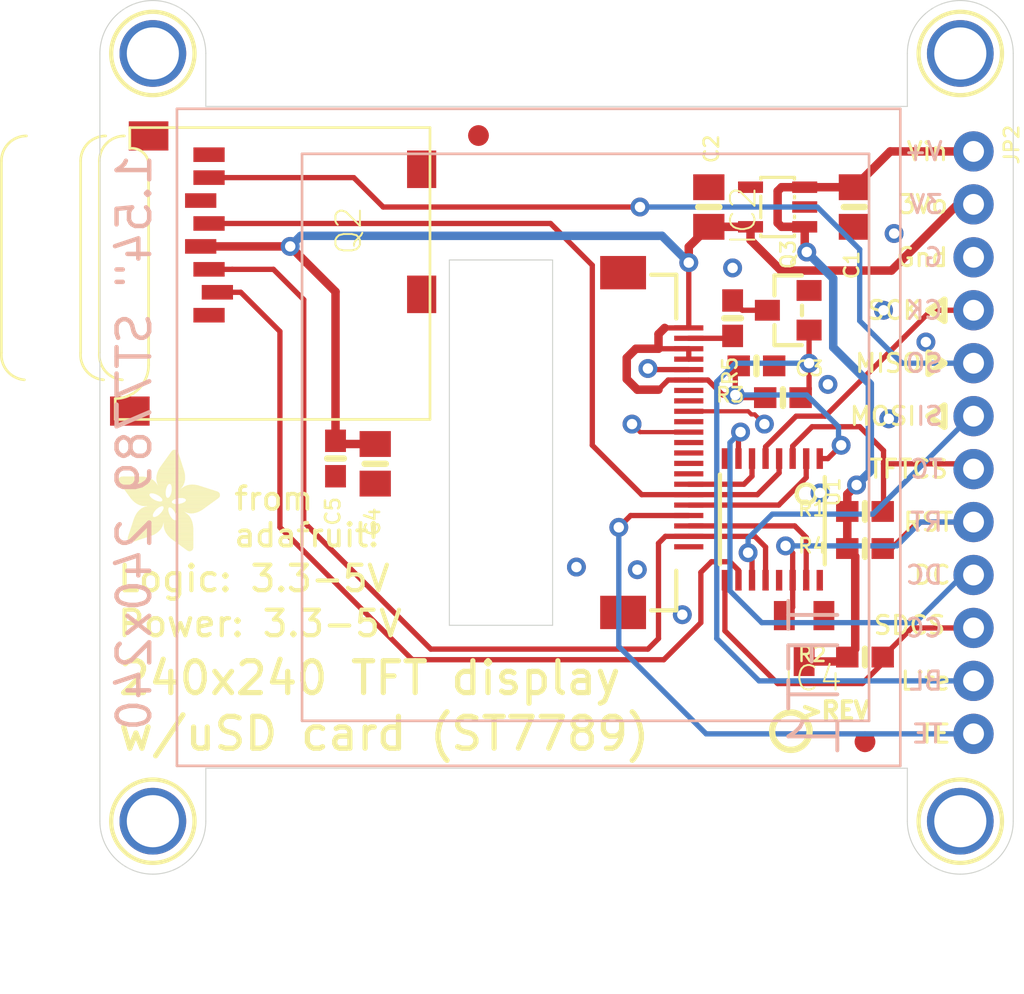
<source format=kicad_pcb>
(kicad_pcb (version 20211014) (generator pcbnew)
  (layers (0 "F.Cu" signal) (1 "In1.Cu" signal) (2 "In2.Cu" signal) (3 "In3.Cu" signal) (4 "In4.Cu" signal) (5 "In5.Cu" signal) (6 "In6.Cu" signal) (7 "In7.Cu" signal) (8 "In8.Cu" signal) (9 "In9.Cu" signal) (10 "In10.Cu" signal) (11 "In11.Cu" signal) (12 "In12.Cu" signal) (13 "In13.Cu" signal) (14 "In14.Cu" signal) (31 "B.Cu" signal) (34 "B.Paste" user) (35 "F.Paste" user) (36 "B.SilkS" user "B.Silkscreen") (37 "F.SilkS" user "F.Silkscreen") (38 "B.Mask" user) (39 "F.Mask" user) (44 "Edge.Cuts" user))
  (net 0 "")
  (net 1 "GND")
  (net 2 "SCK")
  (net 3 "SCK_3V")
  (net 4 "MOSI")
  (net 5 "MOSI_3V")
  (net 6 "MISO")
  (net 7 "+3V3")
  (net 8 "CARDCS")
  (net 9 "CARDCS_3V")
  (net 10 "LEDK")
  (net 11 "LITE")
  (net 12 "TFTDC")
  (net 13 "TFTDC_3V")
  (net 14 "TFTCS_3V")
  (net 15 "TFTCS")
  (net 16 "VIN")
  (net 17 "TFTRST_3V")
  (net 18 "TFTRST")
  (net 19 "N$1")
  (net 20 "TE")
  (footprint "boardEagle:0805-NO" (layer "F.Cu") (at 162.7886 93.9546 -90)
    (fp_text reference "C1" (at 2.032 0.127 90) (layer "F.SilkS") (effects (font (size 0.692831 0.692831) (thickness 0.119969)) (justify right)))
    (fp_text value "10uF")
    (pad "1" smd rect (at -0.95 0 270) (size 1.24 1.5) (layers "F.Cu" "F.Paste" "F.Mask") (net 16 "VIN"))
    (pad "2" smd rect (at 0.95 0 270) (size 1.24 1.5) (layers "F.Cu" "F.Paste" "F.Mask") (net 1 "GND"))
  )
  (footprint "boardEagle:0603-NO" (layer "F.Cu") (at 163.2966 110.3376 180)
    (fp_text reference "R4" (at 1.778 0.127) (layer "F.SilkS") (effects (font (size 0.692831 0.692831) (thickness 0.119969)) (justify right)))
    (fp_text value "10K")
    (pad "1" smd rect (at -0.85 0 180) (size 1.075 1) (layers "F.Cu" "F.Paste" "F.Mask") (net 18 "TFTRST"))
    (pad "2" smd rect (at 0.85 0 180) (size 1.075 1) (layers "F.Cu" "F.Paste" "F.Mask") (net 16 "VIN"))
  )
  (footprint "boardEagle:MOUNTINGHOLE_2.5_PLATED" (layer "F.Cu") (at 167.8686 123.4186)
    (fp_text reference "U$10" hide)
    (fp_text value "MOUNTINGHOLE2.5" hide)
    (pad "P$1" thru_hole circle (at 0 0) (size 3.2 3.2) (drill 2.5) (layers *.Cu *.Mask))
  )
  (footprint "boardEagle:0603-NO" (layer "F.Cu") (at 163.2966 108.5596 180)
    (fp_text reference "R1" (at 1.778 0.127) (layer "F.SilkS") (effects (font (size 0.692831 0.692831) (thickness 0.119969)) (justify right)))
    (fp_text value "10K")
    (pad "1" smd rect (at -0.85 0 180) (size 1.075 1) (layers "F.Cu" "F.Paste" "F.Mask") (net 15 "TFTCS"))
    (pad "2" smd rect (at 0.85 0 180) (size 1.075 1) (layers "F.Cu" "F.Paste" "F.Mask") (net 16 "VIN"))
  )
  (footprint "boardEagle:0805-NO" (layer "F.Cu") (at 139.8016 106.2736 -90)
    (fp_text reference "C4" (at 2.032 0.127 90) (layer "F.SilkS") (effects (font (size 0.692831 0.692831) (thickness 0.119969)) (justify right)))
    (fp_text value "10uF")
    (pad "1" smd rect (at -0.95 0 270) (size 1.24 1.5) (layers "F.Cu" "F.Paste" "F.Mask") (net 7 "+3V3"))
    (pad "2" smd rect (at 0.95 0 270) (size 1.24 1.5) (layers "F.Cu" "F.Paste" "F.Mask") (net 1 "GND"))
  )
  (footprint "boardEagle:SOT23" (layer "F.Cu") (at 160.3756 114.6556 180)
    (fp_text reference "IC4" (at -1.905 -1.905) (layer "F.SilkS") (effects (font (size 1.176528 1.176528) (thickness 0.093472)) (justify right)))
    (fp_text value "APX803-SAG")
    (pad "1" smd rect (at -0.95 1.1 180) (size 1 1.4) (layers "F.Cu" "F.Paste" "F.Mask") (net 1 "GND"))
    (pad "2" smd rect (at 0.95 1.1 180) (size 1 1.4) (layers "F.Cu" "F.Paste" "F.Mask") (net 18 "TFTRST"))
    (pad "3" smd rect (at 0 -1.1 180) (size 1 1.4) (layers "F.Cu" "F.Paste" "F.Mask") (net 16 "VIN"))
  )
  (footprint "boardEagle:FIDUCIAL_1MM" (layer "F.Cu") (at 144.7546 90.5256)
    (fp_text reference "U$4" hide)
    (fp_text value "FIDUCIAL_1MM" hide)
    (pad "1" smd roundrect (at 0 0) (size 1 1) (layers "F.Cu" "F.Mask") (roundrect_rratio 0.5))
  )
  (footprint "boardEagle:ADAFRUIT_5MM" (layer "F.Cu") (at 127.4826 110.4646)
    (fp_text reference "U$1" hide)
    (fp_text value "" hide)
  )
  (footprint "boardEagle:MICROSD" (layer "F.Cu") (at 142.4686 90.1446 -90)
    (fp_text reference "Q2" (at 3.7 3.94 90) (layer "F.SilkS") (effects (font (size 1.176528 1.176528) (thickness 0.093472)) (justify right)))
    (fp_text value "MICROSD" hide)
    (pad "1" smd rect (at 9 10.64 270) (size 0.7 1.5) (layers "F.Cu" "F.Paste" "F.Mask"))
    (pad "2" smd rect (at 7.9 10.24 270) (size 0.7 1.5) (layers "F.Cu" "F.Paste" "F.Mask") (net 9 "CARDCS_3V"))
    (pad "3" smd rect (at 6.8 10.64 270) (size 0.7 1.5) (layers "F.Cu" "F.Paste" "F.Mask") (net 5 "MOSI_3V"))
    (pad "4" smd rect (at 5.7 11.04 270) (size 0.7 1.5) (layers "F.Cu" "F.Paste" "F.Mask") (net 7 "+3V3"))
    (pad "5" smd rect (at 4.6 10.64 270) (size 0.7 1.5) (layers "F.Cu" "F.Paste" "F.Mask") (net 3 "SCK_3V"))
    (pad "6" smd rect (at 3.5 11.04 270) (size 0.7 1.5) (layers "F.Cu" "F.Paste" "F.Mask") (net 1 "GND"))
    (pad "7" smd rect (at 2.4 10.64 270) (size 0.7 1.5) (layers "F.Cu" "F.Paste" "F.Mask") (net 6 "MISO"))
    (pad "8" smd rect (at 1.3 10.64 270) (size 0.7 1.5) (layers "F.Cu" "F.Paste" "F.Mask"))
    (pad "CD1" smd rect (at 2 0.44) (size 1.4 1.8) (layers "F.Cu" "F.Paste" "F.Mask"))
    (pad "CD2" smd rect (at 8 0.44) (size 1.4 1.8) (layers "F.Cu" "F.Paste" "F.Mask"))
    (pad "MT1" smd rect (at 0.4 13.54 270) (size 1.4 1.9) (layers "F.Cu" "F.Paste" "F.Mask") (net 1 "GND"))
    (pad "MT2" smd rect (at 13.6 14.44 270) (size 1.4 1.9) (layers "F.Cu" "F.Paste" "F.Mask") (net 1 "GND"))
  )
  (footprint "boardEagle:0603-NO" (layer "F.Cu") (at 137.8966 106.0196 -90)
    (fp_text reference "C5" (at 1.778 0.127 90) (layer "F.SilkS") (effects (font (size 0.692831 0.692831) (thickness 0.119969)) (justify right)))
    (fp_text value "0.1uF")
    (pad "1" smd rect (at -0.85 0 270) (size 1.075 1) (layers "F.Cu" "F.Paste" "F.Mask") (net 7 "+3V3"))
    (pad "2" smd rect (at 0.85 0 270) (size 1.075 1) (layers "F.Cu" "F.Paste" "F.Mask") (net 1 "GND"))
  )
  (footprint "boardEagle:0805-NO" (layer "F.Cu") (at 155.8036 93.9546 90)
    (fp_text reference "C2" (at 2.032 0.127 90) (layer "F.SilkS") (effects (font (size 0.692831 0.692831) (thickness 0.119969)) (justify left)))
    (fp_text value "10uF")
    (pad "1" smd rect (at -0.95 0 90) (size 1.24 1.5) (layers "F.Cu" "F.Paste" "F.Mask") (net 7 "+3V3"))
    (pad "2" smd rect (at 0.95 0 90) (size 1.24 1.5) (layers "F.Cu" "F.Paste" "F.Mask") (net 1 "GND"))
  )
  (footprint "boardEagle:MOUNTINGHOLE_2.5_PLATED" (layer "F.Cu") (at 129.1336 123.4186)
    (fp_text reference "U$8" hide)
    (fp_text value "MOUNTINGHOLE2.5" hide)
    (pad "P$1" thru_hole circle (at 0 0) (size 3.2 3.2) (drill 2.5) (layers *.Cu *.Mask))
  )
  (footprint "boardEagle:SOT23-5L" (layer "F.Cu") (at 159.1056 93.9546 90)
    (fp_text reference "IC2" (at -1.905 -1.651 90) (layer "F.SilkS") (effects (font (size 1.176528 1.176528) (thickness 0.093472)) (justify left)))
    (fp_text value "AP2112")
    (pad "1" smd rect (at -0.95 1.3 90) (size 0.55 1.2) (layers "F.Cu" "F.Paste" "F.Mask") (net 16 "VIN"))
    (pad "2" smd rect (at 0 1.3 90) (size 0.55 1.2) (layers "F.Cu" "F.Paste" "F.Mask") (net 1 "GND"))
    (pad "3" smd rect (at 0.95 1.3 90) (size 0.55 1.2) (layers "F.Cu" "F.Paste" "F.Mask") (net 16 "VIN"))
    (pad "4" smd rect (at 0.95 -1.3 90) (size 0.55 1.2) (layers "F.Cu" "F.Paste" "F.Mask"))
    (pad "5" smd rect (at -0.95 -1.3 90) (size 0.55 1.2) (layers "F.Cu" "F.Paste" "F.Mask") (net 7 "+3V3"))
  )
  (footprint "boardEagle:0603-NO" (layer "F.Cu") (at 158.0896 101.5746)
    (fp_text reference "C3" (at 1.778 0.127) (layer "F.SilkS") (effects (font (size 0.692831 0.692831) (thickness 0.119969)) (justify left)))
    (fp_text value "0.1uF")
    (pad "1" smd rect (at -0.85 0) (size 1.075 1) (layers "F.Cu" "F.Paste" "F.Mask") (net 7 "+3V3"))
    (pad "2" smd rect (at 0.85 0) (size 1.075 1) (layers "F.Cu" "F.Paste" "F.Mask") (net 1 "GND"))
  )
  (footprint "boardEagle:MOUNTINGHOLE_2.5_PLATED" (layer "F.Cu") (at 167.8686 86.5886)
    (fp_text reference "U$9" hide)
    (fp_text value "MOUNTINGHOLE2.5" hide)
    (pad "P$1" thru_hole circle (at 0 0) (size 3.2 3.2) (drill 2.5) (layers *.Cu *.Mask))
  )
  (footprint "boardEagle:1X12_ROUND_76MIL" (layer "F.Cu") (at 168.5036 105.2576 -90)
    (fp_text reference "JP2" (at -15.3162 -1.8288 90) (layer "F.SilkS") (effects (font (size 0.692831 0.692831) (thickness 0.119969)) (justify right)))
    (fp_text value "")
    (pad "1" thru_hole circle (at -13.97 0) (size 1.9304 1.9304) (drill 1) (layers *.Cu *.Mask) (net 16 "VIN"))
    (pad "2" thru_hole circle (at -11.43 0) (size 1.9304 1.9304) (drill 1) (layers *.Cu *.Mask) (net 7 "+3V3"))
    (pad "3" thru_hole circle (at -8.89 0) (size 1.9304 1.9304) (drill 1) (layers *.Cu *.Mask) (net 1 "GND"))
    (pad "4" thru_hole circle (at -6.35 0) (size 1.9304 1.9304) (drill 1) (layers *.Cu *.Mask) (net 2 "SCK"))
    (pad "5" thru_hole circle (at -3.81 0) (size 1.9304 1.9304) (drill 1) (layers *.Cu *.Mask) (net 6 "MISO"))
    (pad "6" thru_hole circle (at -1.27 0) (size 1.9304 1.9304) (drill 1) (layers *.Cu *.Mask) (net 4 "MOSI"))
    (pad "7" thru_hole circle (at 1.27 0) (size 1.9304 1.9304) (drill 1) (layers *.Cu *.Mask) (net 15 "TFTCS"))
    (pad "8" thru_hole circle (at 3.81 0) (size 1.9304 1.9304) (drill 1) (layers *.Cu *.Mask) (net 18 "TFTRST"))
    (pad "9" thru_hole circle (at 6.35 0) (size 1.9304 1.9304) (drill 1) (layers *.Cu *.Mask) (net 12 "TFTDC"))
    (pad "10" thru_hole circle (at 8.89 0) (size 1.9304 1.9304) (drill 1) (layers *.Cu *.Mask) (net 8 "CARDCS"))
    (pad "11" thru_hole circle (at 11.43 0) (size 1.9304 1.9304) (drill 1) (layers *.Cu *.Mask) (net 11 "LITE"))
    (pad "12" thru_hole circle (at 13.97 0) (size 1.9304 1.9304) (drill 1) (layers *.Cu *.Mask) (net 20 "TE"))
  )
  (footprint "boardEagle:0603-NO" (layer "F.Cu") (at 156.9466 99.2886 -90)
    (fp_text reference "R5" (at 1.778 0.127 90) (layer "F.SilkS") (effects (font (size 0.692831 0.692831) (thickness 0.119969)) (justify right)))
    (fp_text value "10")
    (pad "1" smd rect (at -0.85 0 270) (size 1.075 1) (layers "F.Cu" "F.Paste" "F.Mask") (net 19 "N$1"))
    (pad "2" smd rect (at 0.85 0 270) (size 1.075 1) (layers "F.Cu" "F.Paste" "F.Mask") (net 10 "LEDK"))
  )
  (footprint "boardEagle:PCBFEAT-REV-040" (layer "F.Cu") (at 159.7406 119.1006 180)
    (fp_text reference "U$2" hide)
    (fp_text value "" hide)
    (fp_text user ">REV" (at -0.3556 0.508 180) (layer "F.SilkS") (effects (font (size 0.8128 0.8128) (thickness 0.2032)) (justify left bottom)))
  )
  (footprint "boardEagle:FIDUCIAL_1MM" (layer "F.Cu") (at 163.2966 119.6086)
    (fp_text reference "U$5" hide)
    (fp_text value "FIDUCIAL_1MM" hide)
    (pad "1" smd roundrect (at 0 0) (size 1 1) (layers "F.Cu" "F.Mask") (roundrect_rratio 0.5))
  )
  (footprint "boardEagle:0603-NO" (layer "F.Cu") (at 163.2966 115.5446 180)
    (fp_text reference "R2" (at 1.778 0.127) (layer "F.SilkS") (effects (font (size 0.692831 0.692831) (thickness 0.119969)) (justify right)))
    (fp_text value "10K")
    (pad "1" smd rect (at -0.85 0 180) (size 1.075 1) (layers "F.Cu" "F.Paste" "F.Mask") (net 8 "CARDCS"))
    (pad "2" smd rect (at 0.85 0 180) (size 1.075 1) (layers "F.Cu" "F.Paste" "F.Mask") (net 16 "VIN"))
  )
  (footprint "boardEagle:MOUNTINGHOLE_2.5_PLATED" (layer "F.Cu") (at 129.1336 86.5886)
    (fp_text reference "U$7" hide)
    (fp_text value "MOUNTINGHOLE2.5" hide)
    (pad "P$1" thru_hole circle (at 0 0) (size 3.2 3.2) (drill 2.5) (layers *.Cu *.Mask))
  )
  (footprint "boardEagle:TSSOP16" (layer "F.Cu") (at 158.8516 108.9406 180)
    (fp_text reference "U1" (at -2.8956 2.0828 90) (layer "F.SilkS") (effects (font (size 0.692831 0.692831) (thickness 0.119969)) (justify right)))
    (fp_text value "74HC4050PWR")
    (pad "1" smd rect (at -2.275 2.9178 180) (size 0.3048 0.9906) (layers "F.Cu" "F.Paste" "F.Mask") (net 7 "+3V3"))
    (pad "2" smd rect (at -1.625 2.9178 180) (size 0.3048 0.9906) (layers "F.Cu" "F.Paste" "F.Mask") (net 14 "TFTCS_3V"))
    (pad "3" smd rect (at -0.975 2.9178 180) (size 0.3048 0.9906) (layers "F.Cu" "F.Paste" "F.Mask") (net 15 "TFTCS"))
    (pad "4" smd rect (at -0.325 2.9178 180) (size 0.3048 0.9906) (layers "F.Cu" "F.Paste" "F.Mask") (net 3 "SCK_3V"))
    (pad "5" smd rect (at 0.325 2.9178 180) (size 0.3048 0.9906) (layers "F.Cu" "F.Paste" "F.Mask") (net 2 "SCK"))
    (pad "6" smd rect (at 0.975 2.9178 180) (size 0.3048 0.9906) (layers "F.Cu" "F.Paste" "F.Mask") (net 13 "TFTDC_3V"))
    (pad "7" smd rect (at 1.625 2.9178 180) (size 0.3048 0.9906) (layers "F.Cu" "F.Paste" "F.Mask") (net 12 "TFTDC"))
    (pad "8" smd rect (at 2.275 2.9178 180) (size 0.3048 0.9906) (layers "F.Cu" "F.Paste" "F.Mask") (net 1 "GND"))
    (pad "9" smd rect (at 2.275 -2.9178 180) (size 0.3048 0.9906) (layers "F.Cu" "F.Paste" "F.Mask") (net 8 "CARDCS"))
    (pad "10" smd rect (at 1.625 -2.9178 180) (size 0.3048 0.9906) (layers "F.Cu" "F.Paste" "F.Mask") (net 9 "CARDCS_3V"))
    (pad "11" smd rect (at 0.975 -2.9178 180) (size 0.3048 0.9906) (layers "F.Cu" "F.Paste" "F.Mask") (net 4 "MOSI"))
    (pad "12" smd rect (at 0.325 -2.9178 180) (size 0.3048 0.9906) (layers "F.Cu" "F.Paste" "F.Mask") (net 5 "MOSI_3V"))
    (pad "13" smd rect (at -0.325 -2.9178 180) (size 0.3048 0.9906) (layers "F.Cu" "F.Paste" "F.Mask"))
    (pad "14" smd rect (at -0.975 -2.9178 180) (size 0.3048 0.9906) (layers "F.Cu" "F.Paste" "F.Mask") (net 18 "TFTRST"))
    (pad "15" smd rect (at -1.625 -2.9178 180) (size 0.3048 0.9906) (layers "F.Cu" "F.Paste" "F.Mask") (net 17 "TFTRST_3V"))
    (pad "16" smd rect (at -2.275 -2.9178 180) (size 0.3048 0.9906) (layers "F.Cu" "F.Paste" "F.Mask"))
  )
  (footprint "boardEagle:SOT23-WIDE" (layer "F.Cu") (at 159.6136 98.9076 90)
    (fp_text reference "Q3" (at 1.905 0 90) (layer "F.SilkS") (effects (font (size 0.692831 0.692831) (thickness 0.119969)) (justify left)))
    (fp_text value "BSS138")
    (pad "1" smd rect (at -0.95 1 90) (size 1 1.2) (layers "F.Cu" "F.Paste" "F.Mask") (net 11 "LITE"))
    (pad "2" smd rect (at 0.95 1 90) (size 1 1.2) (layers "F.Cu" "F.Paste" "F.Mask") (net 1 "GND"))
    (pad "3" smd rect (at 0 -1 90) (size 1 1.2) (layers "F.Cu" "F.Paste" "F.Mask") (net 19 "N$1"))
  )
  (footprint "boardEagle:0603-NO" (layer "F.Cu") (at 159.3596 103.0986 180)
    (fp_text reference "R3" (at 1.778 0.127) (layer "F.SilkS") (effects (font (size 0.692831 0.692831) (thickness 0.119969)) (justify right)))
    (fp_text value "10K")
    (pad "1" smd rect (at -0.85 0 180) (size 1.075 1) (layers "F.Cu" "F.Paste" "F.Mask") (net 11 "LITE"))
    (pad "2" smd rect (at 0.85 0 180) (size 1.075 1) (layers "F.Cu" "F.Paste" "F.Mask") (net 7 "+3V3"))
  )
  (footprint "boardEagle:TFT_1.54IN_240X240_22PIN" (layer "B.Cu") (at 152.1206 105.0036 90)
    (fp_text reference "TFT1" (at -7.5 8.77 90) (layer "B.SilkS") (effects (font (size 2.353056 2.353056) (thickness 0.186944)) (justify left mirror)))
    (fp_text value "DISP_TFT_1.54IN_240X240_22P")
    (pad "1" smd rect (at 5.25 2.722 270) (size 0.25 1.4) (layers "F.Cu" "F.Paste" "F.Mask") (net 7 "+3V3"))
    (pad "2" smd rect (at 4.75 2.722 270) (size 0.25 1.4) (layers "F.Cu" "F.Paste" "F.Mask") (net 10 "LEDK"))
    (pad "3" smd rect (at 4.25 2.722 270) (size 0.25 1.4) (layers "F.Cu" "F.Paste" "F.Mask") (net 7 "+3V3"))
    (pad "4" smd rect (at 3.75 2.722 270) (size 0.25 1.4) (layers "F.Cu" "F.Paste" "F.Mask") (net 7 "+3V3"))
    (pad "5" smd rect (at 3.25 2.722 270) (size 0.25 1.4) (layers "F.Cu" "F.Paste" "F.Mask") (net 1 "GND"))
    (pad "6" smd rect (at 2.75 2.722 270) (size 0.25 1.4) (layers "F.Cu" "F.Paste" "F.Mask") (net 7 "+3V3"))
    (pad "7" smd rect (at 2.25 2.722 270) (size 0.25 1.4) (layers "F.Cu" "F.Paste" "F.Mask") (net 1 "GND"))
    (pad "8" smd rect (at 1.75 2.722 270) (size 0.25 1.4) (layers "F.Cu" "F.Paste" "F.Mask") (net 1 "GND"))
    (pad "9" smd rect (at 1.25 2.722 270) (size 0.25 1.4) (layers "F.Cu" "F.Paste" "F.Mask") (net 1 "GND"))
    (pad "10" smd rect (at 0.75 2.722 270) (size 0.25 1.4) (layers "F.Cu" "F.Paste" "F.Mask") (net 1 "GND"))
    (pad "11" smd rect (at 0.25 2.722 270) (size 0.25 1.4) (layers "F.Cu" "F.Paste" "F.Mask") (net 1 "GND"))
    (pad "12" smd rect (at -0.25 2.722 270) (size 0.25 1.4) (layers "F.Cu" "F.Paste" "F.Mask") (net 1 "GND"))
    (pad "13" smd rect (at -0.75 2.722 270) (size 0.25 1.4) (layers "F.Cu" "F.Paste" "F.Mask") (net 1 "GND"))
    (pad "14" smd rect (at -1.25 2.722 270) (size 0.25 1.4) (layers "F.Cu" "F.Paste" "F.Mask") (net 1 "GND"))
    (pad "15" smd rect (at -1.75 2.722 270) (size 0.25 1.4) (layers "F.Cu" "F.Paste" "F.Mask") (net 1 "GND"))
    (pad "16" smd rect (at -2.25 2.722 270) (size 0.25 1.4) (layers "F.Cu" "F.Paste" "F.Mask") (net 13 "TFTDC_3V"))
    (pad "17" smd rect (at -2.75 2.722 270) (size 0.25 1.4) (layers "F.Cu" "F.Paste" "F.Mask") (net 3 "SCK_3V"))
    (pad "18" smd rect (at -3.25 2.722 270) (size 0.25 1.4) (layers "F.Cu" "F.Paste" "F.Mask") (net 14 "TFTCS_3V"))
    (pad "19" smd rect (at -3.75 2.722 270) (size 0.25 1.4) (layers "F.Cu" "F.Paste" "F.Mask") (net 20 "TE"))
    (pad "20" smd rect (at -4.25 2.722 270) (size 0.25 1.4) (layers "F.Cu" "F.Paste" "F.Mask") (net 17 "TFTRST_3V"))
    (pad "21" smd rect (at -4.75 2.722 270) (size 0.25 1.4) (layers "F.Cu" "F.Paste" "F.Mask") (net 5 "MOSI_3V"))
    (pad "22" smd rect (at -5.25 2.722 270) (size 0.25 1.4) (layers "F.Cu" "F.Paste" "F.Mask") (net 1 "GND"))
    (pad "SUPPORT1" smd rect (at 7.9 -0.428 270) (size 1.6 2.2) (layers "F.Cu" "F.Paste" "F.Mask") (net 1 "GND"))
    (pad "SUPPORT2" smd rect (at -8.4 -0.428 270) (size 1.6 2.2) (layers "F.Cu" "F.Paste" "F.Mask") (net 1 "GND"))
  )
  (gr_line (start 167.1066 101.4476) (end 166.3446 100.9396) (layer "F.SilkS") (width 0.3048))
  (gr_line (start 167.1066 103.4796) (end 167.1066 104.4956) (layer "F.SilkS") (width 0.3048))
  (gr_line (start 166.3446 101.9556) (end 167.1066 101.4476) (layer "F.SilkS") (width 0.3048))
  (gr_line (start 166.3446 103.9876) (end 167.1066 103.4796) (layer "F.SilkS") (width 0.3048))
  (gr_line (start 167.1066 104.4956) (end 166.3446 103.9876) (layer "F.SilkS") (width 0.3048))
  (gr_line (start 167.1066 99.4156) (end 166.3446 98.9076) (layer "F.SilkS") (width 0.3048))
  (gr_line (start 166.3446 100.9396) (end 166.3446 101.9556) (layer "F.SilkS") (width 0.3048))
  (gr_line (start 166.3446 98.9076) (end 167.1066 98.3996) (layer "F.SilkS") (width 0.3048))
  (gr_line (start 167.1066 98.3996) (end 167.1066 99.4156) (layer "F.SilkS") (width 0.3048))
  (gr_arc (start 131.6736 123.4186) (mid 130.929651 125.214651) (end 129.1336 125.9586) (layer "Edge.Cuts") (width 0.05))
  (gr_arc (start 129.1336 125.9586) (mid 127.337549 125.214651) (end 126.5936 123.4186) (layer "Edge.Cuts") (width 0.05))
  (gr_line (start 148.3106 114.0206) (end 148.3106 96.4946) (layer "Edge.Cuts") (width 0.05))
  (gr_line (start 165.3286 86.5886) (end 165.3286 89.1286) (layer "Edge.Cuts") (width 0.05))
  (gr_line (start 126.5936 86.5886) (end 126.5936 123.4186) (layer "Edge.Cuts") (width 0.05))
  (gr_arc (start 170.4086 123.4186) (mid 169.664651 125.214651) (end 167.8686 125.9586) (layer "Edge.Cuts") (width 0.05))
  (gr_arc (start 165.3286 86.5886) (mid 166.072549 84.792549) (end 167.8686 84.0486) (layer "Edge.Cuts") (width 0.05))
  (gr_line (start 148.3106 96.4946) (end 143.3576 96.4946) (layer "Edge.Cuts") (width 0.05))
  (gr_line (start 170.4086 123.4186) (end 170.4086 86.5886) (layer "Edge.Cuts") (width 0.05))
  (gr_arc (start 126.5936 86.5886) (mid 127.337549 84.792549) (end 129.1336 84.0486) (layer "Edge.Cuts") (width 0.05))
  (gr_arc (start 167.8686 84.0486) (mid 169.664651 84.792549) (end 170.4086 86.5886) (layer "Edge.Cuts") (width 0.05))
  (gr_line (start 131.6736 123.4186) (end 131.6736 120.8786) (layer "Edge.Cuts") (width 0.05))
  (gr_line (start 143.3576 96.4946) (end 143.3576 114.0206) (layer "Edge.Cuts") (width 0.05))
  (gr_arc (start 167.8686 125.9586) (mid 166.072549 125.214651) (end 165.3286 123.4186) (layer "Edge.Cuts") (width 0.05))
  (gr_line (start 165.3286 89.1286) (end 131.6736 89.1286) (layer "Edge.Cuts") (width 0.05))
  (gr_line (start 131.6736 120.8786) (end 165.3286 120.8786) (layer "Edge.Cuts") (width 0.05))
  (gr_line (start 143.3576 114.0206) (end 148.3106 114.0206) (layer "Edge.Cuts") (width 0.05))
  (gr_arc (start 129.1336 84.0486) (mid 130.929651 84.792549) (end 131.6736 86.5886) (layer "Edge.Cuts") (width 0.05))
  (gr_line (start 165.3286 120.8786) (end 165.3286 123.4186) (layer "Edge.Cuts") (width 0.05))
  (gr_line (start 131.6736 89.1286) (end 131.6736 86.5886) (layer "Edge.Cuts") (width 0.05))
  (gr_text "DC" (at 167.1066 111.6076) (layer "B.SilkS") (effects (font (size 0.87376 0.87376) (thickness 0.14224)) (justify left mirror)))
  (gr_text "1.54\" ST7789 240x240" (at 128.2446 105.2576 -270) (layer "B.SilkS") (effects (font (size 1.56464 1.56464) (thickness 0.21336)) (justify mirror)))
  (gr_text "TC" (at 167.1066 106.5276) (layer "B.SilkS") (effects (font (size 0.87376 0.87376) (thickness 0.14224)) (justify left mirror)))
  (gr_text "G" (at 167.1066 96.3676) (layer "B.SilkS") (effects (font (size 0.87376 0.87376) (thickness 0.14224)) (justify left mirror)))
  (gr_text "CK" (at 167.1066 98.9076) (layer "B.SilkS") (effects (font (size 0.87376 0.87376) (thickness 0.14224)) (justify left mirror)))
  (gr_text "SO" (at 167.1066 101.4476) (layer "B.SilkS") (effects (font (size 0.87376 0.87376) (thickness 0.14224)) (justify left mirror)))
  (gr_text "CC" (at 167.1066 114.1476) (layer "B.SilkS") (effects (font (size 0.87376 0.87376) (thickness 0.14224)) (justify left mirror)))
  (gr_text "TE" (at 167.1066 119.2276) (layer "B.SilkS") (effects (font (size 0.87376 0.87376) (thickness 0.14224)) (justify left mirror)))
  (gr_text "SI" (at 167.1066 103.9876) (layer "B.SilkS") (effects (font (size 0.87376 0.87376) (thickness 0.14224)) (justify left mirror)))
  (gr_text "V+" (at 167.1066 91.2876) (layer "B.SilkS") (effects (font (size 0.87376 0.87376) (thickness 0.14224)) (justify left mirror)))
  (gr_text "RT" (at 167.1066 109.0676) (layer "B.SilkS") (effects (font (size 0.87376 0.87376) (thickness 0.14224)) (justify left mirror)))
  (gr_text "BL" (at 167.1066 116.6876) (layer "B.SilkS") (effects (font (size 0.87376 0.87376) (thickness 0.14224)) (justify left mirror)))
  (gr_text "3V" (at 167.1066 93.8276) (layer "B.SilkS") (effects (font (size 0.87376 0.87376) (thickness 0.14224)) (justify left mirror)))
  (gr_text "MISO" (at 166.0906 100.9396) (layer "F.SilkS") (effects (font (size 0.87376 0.87376) (thickness 0.14224)) (justify right top)))
  (gr_text "SDCS" (at 167.2336 114.0206) (layer "F.SilkS") (effects (font (size 0.87376 0.87376) (thickness 0.14224)) (justify right)))
  (gr_text "RST" (at 167.6146 108.5596) (layer "F.SilkS") (effects (font (size 0.87376 0.87376) (thickness 0.14224)) (justify right top)))
  (gr_text "Vin" (at 167.3606 90.7796) (layer "F.SilkS") (effects (font (size 0.87376 0.87376) (thickness 0.14224)) (justify right top)))
  (gr_text "240x240 TFT display" (at 127.3556 117.4496) (layer "F.SilkS") (effects (font (size 1.52908 1.52908) (thickness 0.24892)) (justify left bottom)))
  (gr_text "Logic: 3.3-5V" (at 127.3556 112.4966) (layer "F.SilkS") (effects (font (size 1.223264 1.223264) (thickness 0.199136)) (justify left bottom)))
  (gr_text "MOSI" (at 165.8366 103.4796) (layer "F.SilkS") (effects (font (size 0.87376 0.87376) (thickness 0.14224)) (justify right top)))
  (gr_text "Gnd" (at 167.3606 95.8596) (layer "F.SilkS") (effects (font (size 0.87376 0.87376) (thickness 0.14224)) (justify right top)))
  (gr_text "Lite" (at 167.4876 116.1796) (layer "F.SilkS") (effects (font (size 0.87376 0.87376) (thickness 0.14224)) (justify right top)))
  (gr_text "3Vo" (at 167.3606 93.3196) (layer "F.SilkS") (effects (font (size 0.87376 0.87376) (thickness 0.14224)) (justify right top)))
  (gr_text "DC" (at 167.4876 111.0996) (layer "F.SilkS") (effects (font (size 0.87376 0.87376) (thickness 0.14224)) (justify right top)))
  (gr_text "SCK" (at 166.0906 98.3996) (layer "F.SilkS") (effects (font (size 0.87376 0.87376) (thickness 0.14224)) (justify right top)))
  (gr_text "TE" (at 167.4876 118.7196) (layer "F.SilkS") (effects (font (size 0.87376 0.87376) (thickness 0.14224)) (justify right top)))
  (gr_text "Power: 3.3-5V" (at 127.3556 114.6556) (layer "F.SilkS") (effects (font (size 1.223264 1.223264) (thickness 0.199136)) (justify left bottom)))
  (gr_text "from\nadafruit!" (at 132.9436 110.3376) (layer "F.SilkS") (effects (font (size 1.0922 1.0922) (thickness 0.1778)) (justify left bottom)))
  (gr_text "TFTCS" (at 167.3606 107.0356) (layer "F.SilkS") (effects (font (size 0.87376 0.87376) (thickness 0.14224)) (justify right bottom)))
  (gr_text "w/uSD card (ST7789)" (at 127.3556 120.1166) (layer "F.SilkS") (effects (font (size 1.52908 1.52908) (thickness 0.24892)) (justify left bottom)))
  (segment (start 158.0054 103.9034) (end 158.4706 104.3686) (width 0.2032) (layer "F.Cu") (net 1))
  (segment (start 157.84585 103.9034) (end 158.0054 103.9034) (width 0.2032) (layer "F.Cu") (net 1))
  (segment (start 154.8426 101.7536) (end 152.934596 101.7536) (width 0.254) (layer "F.Cu") (net 1))
  (segment (start 154.8426 103.7536) (end 157.69605 103.7536) (width 0.2032) (layer "F.Cu") (net 1))
  (segment (start 154.8426 104.7536) (end 152.5056 104.7536) (width 0.2032) (layer "F.Cu") (net 1))
  (segment (start 157.69605 103.7536) (end 157.84585 103.9034) (width 0.2032) (layer "F.Cu") (net 1))
  (segment (start 152.5056 104.7536) (end 152.1206 104.3686) (width 0.2032) (layer "F.Cu") (net 1))
  (segment (start 152.934596 101.7536) (end 152.8826 101.7016) (width 0.254) (layer "F.Cu") (net 1))
  (via (at 164.1856 98.9076) (size 0.9064) (drill 0.5) (layers "F.Cu" "B.Cu") (net 1))
  (via (at 164.6936 95.2246) (size 0.9064) (drill 0.5) (layers "F.Cu" "B.Cu") (net 1))
  (via (at 158.4706 104.3686) (size 0.9064) (drill 0.5) (layers "F.Cu" "B.Cu") (net 1))
  (via (at 161.1376 107.6706) (size 0.9064) (drill 0.5) (layers "F.Cu" "B.Cu") (net 1))
  (via (at 161.5186 102.4636) (size 0.9064) (drill 0.5) (layers "F.Cu" "B.Cu") (net 1))
  (via (at 149.4536 111.2266) (size 0.9064) (drill 0.5) (layers "F.Cu" "B.Cu") (net 1))
  (via (at 166.2176 100.4316) (size 0.9064) (drill 0.5) (layers "F.Cu" "B.Cu") (net 1))
  (via (at 152.3746 111.3536) (size 0.9064) (drill 0.5) (layers "F.Cu" "B.Cu") (net 1))
  (via (at 164.4396 104.1146) (size 0.9064) (drill 0.5) (layers "F.Cu" "B.Cu") (net 1))
  (via (at 156.9466 96.8756) (size 0.9064) (drill 0.5) (layers "F.Cu" "B.Cu") (net 1))
  (via (at 152.1206 104.3686) (size 0.9064) (drill 0.5) (layers "F.Cu" "B.Cu") (net 1))
  (via (at 154.5336 113.5126) (size 0.9064) (drill 0.5) (layers "F.Cu" "B.Cu") (net 1))
  (via (at 152.8826 101.7016) (size 0.9064) (drill 0.5) (layers "F.Cu" "B.Cu") (net 1))
  (segment (start 158.5266 106.0228) (end 158.5266 105.4556) (width 0.254) (layer "F.Cu") (net 2))
  (segment (start 159.9946 103.9876) (end 161.391596 103.9876) (width 0.254) (layer "F.Cu") (net 2))
  (segment (start 158.5266 105.4556) (end 159.9946 103.9876) (width 0.254) (layer "F.Cu") (net 2))
  (segment (start 166.4716 98.9076) (end 168.5036 98.9076) (width 0.254) (layer "F.Cu") (net 2))
  (segment (start 161.391596 103.9876) (end 165.2016 100.1776) (width 0.254) (layer "F.Cu") (net 2))
  (segment (start 165.2016 100.1776) (end 166.4716 98.9076) (width 0.254) (layer "F.Cu") (net 2))
  (segment (start 131.8286 94.7446) (end 148.2116 94.7446) (width 0.254) (layer "F.Cu") (net 3))
  (segment (start 159.1766 106.7106) (end 159.1766 106.0228) (width 0.254) (layer "F.Cu") (net 3))
  (segment (start 150.2156 105.3846) (end 152.5846 107.7536) (width 0.254) (layer "F.Cu") (net 3))
  (segment (start 150.2156 96.7486) (end 150.2156 105.3846) (width 0.254) (layer "F.Cu") (net 3))
  (segment (start 154.8426 107.7536) (end 158.1336 107.7536) (width 0.254) (layer "F.Cu") (net 3))
  (segment (start 158.1336 107.7536) (end 159.1766 106.7106) (width 0.254) (layer "F.Cu") (net 3))
  (segment (start 152.5846 107.7536) (end 154.8426 107.7536) (width 0.254) (layer "F.Cu") (net 3))
  (segment (start 148.2116 94.7446) (end 150.2156 96.7486) (width 0.254) (layer "F.Cu") (net 3))
  (segment (start 157.8766 110.758725) (end 157.6891 110.571225) (width 0.254) (layer "F.Cu") (net 4))
  (segment (start 157.6891 110.571225) (end 157.6891 110.537) (width 0.254) (layer "F.Cu") (net 4))
  (segment (start 157.8766 111.8584) (end 157.8766 110.758725) (width 0.254) (layer "F.Cu") (net 4))
  (via (at 157.6891 110.537) (size 0.9064) (drill 0.5) (layers "F.Cu" "B.Cu") (net 4))
  (segment (start 168.3766 103.9876) (end 163.6776 108.6866) (width 0.254) (layer "B.Cu") (net 4))
  (segment (start 157.6891 109.8491) (end 158.8516 108.6866) (width 0.254) (layer "B.Cu") (net 4))
  (segment (start 157.6891 110.537) (end 157.6891 109.8491) (width 0.254) (layer "B.Cu") (net 4))
  (segment (start 168.3766 103.9876) (end 168.5036 103.9876) (width 0.254) (layer "B.Cu") (net 4))
  (segment (start 158.8516 108.6866) (end 163.6776 108.6866) (width 0.254) (layer "B.Cu") (net 4))
  (segment (start 153.3906 110.0836) (end 153.7206 109.7536) (width 0.254) (layer "F.Cu") (net 5))
  (segment (start 153.7206 109.7536) (end 154.8426 109.7536) (width 0.254) (layer "F.Cu") (net 5))
  (segment (start 136.3726 98.3996) (end 136.3726 109.0676) (width 0.254) (layer "F.Cu") (net 5))
  (segment (start 136.3726 109.0676) (end 142.4686 115.1636) (width 0.254) (layer "F.Cu") (net 5))
  (segment (start 134.917596 96.9446) (end 136.3726 98.3996) (width 0.254) (layer "F.Cu") (net 5))
  (segment (start 152.8826 115.1636) (end 153.3906 114.6556) (width 0.254) (layer "F.Cu") (net 5))
  (segment (start 154.8426 109.7536) (end 158.0136 109.7536) (width 0.254) (layer "F.Cu") (net 5))
  (segment (start 142.4686 115.1636) (end 152.8826 115.1636) (width 0.254) (layer "F.Cu") (net 5))
  (segment (start 158.0136 109.7536) (end 158.5266 110.2666) (width 0.254) (layer "F.Cu") (net 5))
  (segment (start 131.828603 96.9446) (end 132.9436 96.9446) (width 0.254) (layer "F.Cu") (net 5))
  (segment (start 153.3906 114.6556) (end 153.3906 110.0836) (width 0.254) (layer "F.Cu") (net 5))
  (segment (start 131.8286 96.9446) (end 131.828603 96.9446) (width 0.254) (layer "F.Cu") (net 5))
  (segment (start 158.5266 110.2666) (end 158.5266 111.8584) (width 0.254) (layer "F.Cu") (net 5))
  (segment (start 132.9436 96.9446) (end 134.917596 96.9446) (width 0.254) (layer "F.Cu") (net 5))
  (segment (start 138.7726 92.5446) (end 140.1826 93.9546) (width 0.254) (layer "F.Cu") (net 6))
  (segment (start 140.1826 93.9546) (end 152.5016 93.9546) (width 0.254) (layer "F.Cu") (net 6))
  (segment (start 131.8286 92.5446) (end 138.7726 92.5446) (width 0.254) (layer "F.Cu") (net 6))
  (via (at 152.5016 93.9546) (size 0.9064) (drill 0.5) (layers "F.Cu" "B.Cu") (net 6))
  (segment (start 152.5016 93.9546) (end 161.0106 93.9546) (width 0.254) (layer "B.Cu") (net 6))
  (segment (start 163.0426 99.4156) (end 165.0746 101.4476) (width 0.254) (layer "B.Cu") (net 6))
  (segment (start 163.0426 95.9866) (end 163.0426 99.4156) (width 0.254) (layer "B.Cu") (net 6))
  (segment (start 165.0746 101.4476) (end 168.5036 101.4476) (width 0.254) (layer "B.Cu") (net 6))
  (segment (start 161.0106 93.9546) (end 163.0426 95.9866) (width 0.254) (layer "B.Cu") (net 6))
  (segment (start 154.8426 95.8656) (end 155.8036 94.9046) (width 0.4064) (layer "F.Cu") (net 7))
  (segment (start 159.268603 97.0026) (end 157.8056 95.5396) (width 0.4064) (layer "F.Cu") (net 7))
  (segment (start 156.4776 102.9716) (end 157.0736 102.9716) (width 0.254) (layer "F.Cu") (net 7))
  (segment (start 158.5976 103.0986) (end 158.5096 103.0986) (width 0.254) (layer "F.Cu") (net 7))
  (segment (start 157.2396 101.5746) (end 157.0736 101.7406) (width 0.254) (layer "F.Cu") (net 7))
  (segment (start 157.0736 101.7406) (end 157.0736 102.9716) (width 0.254) (layer "F.Cu") (net 7))
  (segment (start 167.7416 93.8276) (end 164.5666 97.0026) (width 0.4064) (layer "F.Cu") (net 7))
  (segment (start 138.0506 105.3236) (end 137.8966 105.1696) (width 0.254) (layer "F.Cu") (net 7))
  (segment (start 158.5096 103.0986) (end 157.2006 103.0986) (width 0.254) (layer "F.Cu") (net 7))
  (segment (start 161.5154 106.0228) (end 161.1266 106.0228) (width 0.254) (layer "F.Cu") (net 7))
  (segment (start 162.1536 105.3846) (end 161.5154 106.0228) (width 0.254) (layer "F.Cu") (net 7))
  (segment (start 153.3906 100.0506) (end 153.3906 100.7536) (width 0.4064) (layer "F.Cu") (net 7))
  (segment (start 152.3746 102.7176) (end 151.8666 102.2096) (width 0.4064) (layer "F.Cu") (net 7))
  (segment (start 164.5666 97.0026) (end 166.4716 95.0976) (width 0.254) (layer "F.Cu") (net 7))
  (segment (start 137.8966 98.0186) (end 137.8966 105.1696) (width 0.4064) (layer "F.Cu") (net 7))
  (segment (start 154.8426 102.2536) (end 153.8546 102.2536) (width 0.254) (layer "F.Cu") (net 7))
  (segment (start 151.8666 101.1936) (end 152.3066 100.7536) (width 0.4064) (layer "F.Cu") (net 7))
  (segment (start 154.8426 101.2536) (end 154.8426 100.7536) (width 0.254) (layer "F.Cu") (net 7))
  (segment (start 157.2006 103.0986) (end 157.0736 102.9716) (width 0.254) (layer "F.Cu") (net 7))
  (segment (start 168.5036 93.8276) (end 167.7416 93.8276) (width 0.4064) (layer "F.Cu") (net 7))
  (segment (start 159.268603 97.0026) (end 164.5666 97.0026) (width 0.4064) (layer "F.Cu") (net 7))
  (segment (start 152.3066 100.7536) (end 153.3906 100.7536) (width 0.4064) (layer "F.Cu") (net 7))
  (segment (start 154.8426 99.7536) (end 153.6876 99.7536) (width 0.254) (layer "F.Cu") (net 7))
  (segment (start 154.8426 102.2536) (end 155.7596 102.2536) (width 0.254) (layer "F.Cu") (net 7))
  (segment (start 135.7226 95.8446) (end 137.8966 98.0186) (width 0.4064) (layer "F.Cu") (net 7))
  (segment (start 154.8426 96.6216) (end 154.8426 95.8656) (width 0.4064) (layer "F.Cu") (net 7))
  (segment (start 153.3906 102.7176) (end 152.3746 102.7176) (width 0.4064) (layer "F.Cu") (net 7))
  (segment (start 153.6876 99.7536) (end 153.3906 100.0506) (width 0.4064) (layer "F.Cu") (net 7))
  (segment (start 154.8426 99.7536) (end 154.8426 96.6216) (width 0.254) (layer "F.Cu") (net 7))
  (segment (start 151.8666 102.2096) (end 151.8666 101.1936) (width 0.4064) (layer "F.Cu") (net 7))
  (segment (start 153.3906 100.7536) (end 154.8426 100.7536) (width 0.254) (layer "F.Cu") (net 7))
  (segment (start 139.8016 105.3236) (end 138.0506 105.3236) (width 0.4064) (layer "F.Cu") (net 7))
  (segment (start 156.4776 102.9716) (end 155.7596 102.2536) (width 0.254) (layer "F.Cu") (net 7))
  (segment (start 157.8056 94.9046) (end 157.8056 95.5396) (width 0.4064) (layer "F.Cu") (net 7))
  (segment (start 155.8036 94.9046) (end 157.8056 94.9046) (width 0.4064) (layer "F.Cu") (net 7))
  (segment (start 153.8546 102.2536) (end 153.3906 102.7176) (width 0.254) (layer "F.Cu") (net 7))
  (segment (start 131.4286 95.8446) (end 135.7226 95.8446) (width 0.4064) (layer "F.Cu") (net 7))
  (via (at 162.1536 105.3846) (size 0.9064) (drill 0.5) (layers "F.Cu" "B.Cu") (net 7))
  (via (at 157.0736 102.9716) (size 0.9064) (drill 0.5) (layers "F.Cu" "B.Cu") (net 7))
  (via (at 154.8426 96.6216) (size 0.9064) (drill 0.5) (layers "F.Cu" "B.Cu") (net 7))
  (via (at 135.7226 95.8446) (size 0.9064) (drill 0.5) (layers "F.Cu" "B.Cu") (net 7))
  (segment (start 153.5576 95.3366) (end 154.8426 96.6216) (width 0.4064) (layer "B.Cu") (net 7))
  (segment (start 160.5026 102.9716) (end 157.0736 102.9716) (width 0.254) (layer "B.Cu") (net 7))
  (segment (start 162.0266 104.4956) (end 162.0266 105.2576) (width 0.254) (layer "B.Cu") (net 7))
  (segment (start 153.5576 95.3366) (end 136.2306 95.3366) (width 0.4064) (layer "B.Cu") (net 7))
  (segment (start 162.0266 105.2576) (end 162.1536 105.3846) (width 0.254) (layer "B.Cu") (net 7))
  (segment (start 162.0266 104.4956) (end 160.5026 102.9716) (width 0.254) (layer "B.Cu") (net 7))
  (segment (start 135.7226 95.8446) (end 136.2306 95.3366) (width 0.4064) (layer "B.Cu") (net 7))
  (segment (start 159.1056 116.8146) (end 163.1696 116.8146) (width 0.254) (layer "F.Cu") (net 8))
  (segment (start 163.1696 116.8146) (end 164.1466 115.8376) (width 0.254) (layer "F.Cu") (net 8))
  (segment (start 156.5766 114.2856) (end 159.1056 116.8146) (width 0.254) (layer "F.Cu") (net 8))
  (segment (start 156.5766 111.8584) (end 156.5766 114.2856) (width 0.254) (layer "F.Cu") (net 8))
  (segment (start 165.5436 114.1476) (end 168.5036 114.1476) (width 0.254) (layer "F.Cu") (net 8))
  (segment (start 164.1466 115.5446) (end 165.5436 114.1476) (width 0.254) (layer "F.Cu") (net 8))
  (segment (start 164.1466 115.8376) (end 164.1466 115.5446) (width 0.254) (layer "F.Cu") (net 8))
  (segment (start 157.2266 111.8584) (end 157.2266 111.3796) (width 0.254) (layer "F.Cu") (net 9))
  (segment (start 157.2266 111.3796) (end 156.8196 110.9726) (width 0.254) (layer "F.Cu") (net 9))
  (segment (start 153.6446 115.6716) (end 141.5796 115.6716) (width 0.254) (layer "F.Cu") (net 9))
  (segment (start 135.2296 99.9236) (end 133.3506 98.0446) (width 0.254) (layer "F.Cu") (net 9))
  (segment (start 156.8196 110.9726) (end 155.9306 110.9726) (width 0.254) (layer "F.Cu") (net 9))
  (segment (start 155.9306 110.9726) (end 155.4226 111.4806) (width 0.254) (layer "F.Cu") (net 9))
  (segment (start 135.2296 109.3216) (end 135.2296 99.9236) (width 0.254) (layer "F.Cu") (net 9))
  (segment (start 155.4226 111.4806) (end 155.4226 113.8936) (width 0.254) (layer "F.Cu") (net 9))
  (segment (start 141.5796 115.6716) (end 135.2296 109.3216) (width 0.254) (layer "F.Cu") (net 9))
  (segment (start 155.4226 113.8936) (end 153.6446 115.6716) (width 0.254) (layer "F.Cu") (net 9))
  (segment (start 133.3506 98.0446) (end 132.2286 98.0446) (width 0.254) (layer "F.Cu") (net 9))
  (segment (start 157.0616 100.2536) (end 156.9466 100.1386) (width 0.254) (layer "F.Cu") (net 10))
  (segment (start 154.8426 100.2536) (end 157.0616 100.2536) (width 0.254) (layer "F.Cu") (net 10))
  (segment (start 160.6136 101.4476) (end 160.6136 102.6946) (width 0.254) (layer "F.Cu") (net 11))
  (segment (start 160.6136 102.6946) (end 160.2096 103.0986) (width 0.254) (layer "F.Cu") (net 11))
  (segment (start 160.6136 99.8576) (end 160.6136 101.4476) (width 0.254) (layer "F.Cu") (net 11))
  (via (at 160.6136 101.4476) (size 0.9064) (drill 0.5) (layers "F.Cu" "B.Cu") (net 11))
  (segment (start 156.1846 102.3366) (end 157.0736 101.4476) (width 0.254) (layer "B.Cu") (net 11))
  (segment (start 156.1846 102.3366) (end 156.1846 114.6556) (width 0.254) (layer "B.Cu") (net 11))
  (segment (start 157.0736 101.4476) (end 160.6136 101.4476) (width 0.254) (layer "B.Cu") (net 11))
  (segment (start 158.2166 116.6876) (end 168.5036 116.6876) (width 0.254) (layer "B.Cu") (net 11))
  (segment (start 156.1846 114.6556) (end 158.2166 116.6876) (width 0.254) (layer "B.Cu") (net 11))
  (segment (start 157.2266 104.8506) (end 157.3276 104.7496) (width 0.254) (layer "F.Cu") (net 12))
  (segment (start 157.2266 106.0228) (end 157.2266 104.8506) (width 0.254) (layer "F.Cu") (net 12))
  (via (at 157.3276 104.7496) (size 0.9064) (drill 0.5) (layers "F.Cu" "B.Cu") (net 12))
  (segment (start 165.8366 113.7666) (end 165.7096 113.8936) (width 0.254) (layer "B.Cu") (net 12))
  (segment (start 156.8196 112.3696) (end 158.3436 113.8936) (width 0.254) (layer "B.Cu") (net 12))
  (segment (start 157.3276 104.7496) (end 156.8196 105.2576) (width 0.254) (layer "B.Cu") (net 12))
  (segment (start 156.8196 105.2576) (end 156.8196 112.3696) (width 0.254) (layer "B.Cu") (net 12))
  (segment (start 166.7256 112.8776) (end 165.8366 113.7666) (width 0.254) (layer "B.Cu") (net 12))
  (segment (start 166.7256 112.8776) (end 167.9956 111.6076) (width 0.254) (layer "B.Cu") (net 12))
  (segment (start 165.7096 113.8936) (end 158.3436 113.8936) (width 0.254) (layer "B.Cu") (net 12))
  (segment (start 167.9956 111.6076) (end 168.5036 111.6076) (width 0.254) (layer "B.Cu") (net 12))
  (segment (start 154.8426 107.2536) (end 157.4906 107.2536) (width 0.254) (layer "F.Cu") (net 13))
  (segment (start 157.4906 107.2536) (end 157.8766 106.8676) (width 0.254) (layer "F.Cu") (net 13))
  (segment (start 157.8766 106.8676) (end 157.8766 106.0228) (width 0.254) (layer "F.Cu") (net 13))
  (segment (start 160.4766 106.9346) (end 160.4766 106.0228) (width 0.254) (layer "F.Cu") (net 14))
  (segment (start 159.1576 108.2536) (end 160.4766 106.9346) (width 0.254) (layer "F.Cu") (net 14))
  (segment (start 154.8426 108.2536) (end 159.1576 108.2536) (width 0.254) (layer "F.Cu") (net 14))
  (segment (start 164.1466 108.5596) (end 164.1856 108.5596) (width 0.254) (layer "F.Cu") (net 15))
  (segment (start 160.7566 104.4956) (end 163.0426 104.4956) (width 0.254) (layer "F.Cu") (net 15))
  (segment (start 159.8266 106.0228) (end 159.8266 105.4256) (width 0.254) (layer "F.Cu") (net 15))
  (segment (start 163.0426 104.4956) (end 164.1856 105.6386) (width 0.254) (layer "F.Cu") (net 15))
  (segment (start 159.8266 105.4256) (end 160.7566 104.4956) (width 0.254) (layer "F.Cu") (net 15))
  (segment (start 168.2496 106.2736) (end 168.5036 106.5276) (width 0.254) (layer "F.Cu") (net 15))
  (segment (start 164.1856 105.6386) (end 164.1856 106.2736) (width 0.254) (layer "F.Cu") (net 15))
  (segment (start 164.1856 106.2736) (end 164.1856 108.5596) (width 0.254) (layer "F.Cu") (net 15))
  (segment (start 164.1856 106.2736) (end 168.2496 106.2736) (width 0.254) (layer "F.Cu") (net 15))
  (segment (start 160.4056 96.0166) (end 160.5026 96.1136) (width 0.4064) (layer "F.Cu") (net 16))
  (segment (start 160.4056 93.0046) (end 162.7886 93.0046) (width 0.4064) (layer "F.Cu") (net 16))
  (segment (start 162.8276 110.7186) (end 162.8276 115.1636) (width 0.4064) (layer "F.Cu") (net 16))
  (segment (start 160.4056 94.9046) (end 160.4056 96.0166) (width 0.4064) (layer "F.Cu") (net 16))
  (segment (start 162.8276 110.7186) (end 162.4466 110.3376) (width 0.4064) (layer "F.Cu") (net 16))
  (segment (start 162.7886 93.0046) (end 164.5056 91.2876) (width 0.4064) (layer "F.Cu") (net 16))
  (segment (start 162.4466 108.5596) (end 162.4466 107.7372) (width 0.4064) (layer "F.Cu") (net 16))
  (segment (start 160.4056 94.9046) (end 159.2936 94.9046) (width 0.4064) (layer "F.Cu") (net 16))
  (segment (start 159.1056 93.1926) (end 159.2936 93.0046) (width 0.4064) (layer "F.Cu") (net 16))
  (segment (start 159.2936 93.0046) (end 160.4056 93.0046) (width 0.4064) (layer "F.Cu") (net 16))
  (segment (start 164.5056 91.2876) (end 168.5036 91.2876) (width 0.4064) (layer "F.Cu") (net 16))
  (segment (start 162.4466 115.5446) (end 162.8276 115.1636) (width 0.254) (layer "F.Cu") (net 16))
  (segment (start 160.3756 115.7556) (end 162.2356 115.7556) (width 0.4064) (layer "F.Cu") (net 16))
  (segment (start 162.7886 93.0046) (end 163.235603 92.5576) (width 0.254) (layer "F.Cu") (net 16))
  (segment (start 159.1056 94.7166) (end 159.1056 93.1926) (width 0.4064) (layer "F.Cu") (net 16))
  (segment (start 162.4466 110.3376) (end 162.4466 108.5596) (width 0.4064) (layer "F.Cu") (net 16))
  (segment (start 159.2936 94.9046) (end 159.1056 94.7166) (width 0.4064) (layer "F.Cu") (net 16))
  (segment (start 162.2356 115.7556) (end 162.4466 115.5446) (width 0.254) (layer "F.Cu") (net 16))
  (segment (start 162.8942 107.2896) (end 162.4466 107.7372) (width 0.4064) (layer "F.Cu") (net 16))
  (via (at 160.5026 96.1136) (size 0.9064) (drill 0.5) (layers "F.Cu" "B.Cu") (net 16))
  (via (at 162.8942 107.2896) (size 0.9064) (drill 0.5) (layers "F.Cu" "B.Cu") (net 16))
  (segment (start 163.5292 102.4422) (end 161.7726 100.6856) (width 0.4064) (layer "B.Cu") (net 16))
  (segment (start 162.8942 107.2896) (end 163.5292 106.6546) (width 0.4064) (layer "B.Cu") (net 16))
  (segment (start 161.7726 100.6856) (end 161.7726 97.3836) (width 0.4064) (layer "B.Cu") (net 16))
  (segment (start 163.5292 102.4422) (end 163.5292 106.6546) (width 0.4064) (layer "B.Cu") (net 16))
  (segment (start 161.7726 97.3836) (end 160.5026 96.1136) (width 0.4064) (layer "B.Cu") (net 16))
  (segment (start 159.9266 109.2536) (end 160.4766 109.8036) (width 0.254) (layer "F.Cu") (net 17))
  (segment (start 154.8426 109.2536) (end 159.9266 109.2536) (width 0.254) (layer "F.Cu") (net 17))
  (segment (start 160.4766 109.8036) (end 160.4766 111.8584) (width 0.254) (layer "F.Cu") (net 17))
  (segment (start 159.8266 111.8584) (end 159.8266 110.5506) (width 0.254) (layer "F.Cu") (net 18))
  (segment (start 164.5666 110.3376) (end 165.8366 109.0676) (width 0.254) (layer "F.Cu") (net 18))
  (segment (start 159.8266 110.5506) (end 159.4866 110.2106) (width 0.254) (layer "F.Cu") (net 18))
  (segment (start 159.8266 111.8584) (end 159.8266 113.1546) (width 0.254) (layer "F.Cu") (net 18))
  (segment (start 164.1466 110.3376) (end 164.5666 110.3376) (width 0.254) (layer "F.Cu") (net 18))
  (segment (start 165.8366 109.0676) (end 168.5036 109.0676) (width 0.254) (layer "F.Cu") (net 18))
  (segment (start 159.8266 113.1546) (end 159.4256 113.5556) (width 0.254) (layer "F.Cu") (net 18))
  (via (at 159.4866 110.2106) (size 0.9064) (drill 0.5) (layers "F.Cu" "B.Cu") (net 18))
  (segment (start 164.8206 110.2106) (end 165.9636 109.0676) (width 0.254) (layer "B.Cu") (net 18))
  (segment (start 165.9636 109.0676) (end 168.5036 109.0676) (width 0.254) (layer "B.Cu") (net 18))
  (segment (start 159.4866 110.2106) (end 164.8206 110.2106) (width 0.254) (layer "B.Cu") (net 18))
  (segment (start 158.6136 98.9076) (end 157.4156 98.9076) (width 0.254) (layer "F.Cu") (net 19))
  (segment (start 157.4156 98.9076) (end 156.9466 98.4386) (width 0.254) (layer "F.Cu") (net 19))
  (segment (start 154.8426 108.7536) (end 152.0536 108.7536) (width 0.254) (layer "F.Cu") (net 20))
  (segment (start 152.0536 108.7536) (end 151.4856 109.3216) (width 0.254) (layer "F.Cu") (net 20))
  (via (at 151.4856 109.3216) (size 0.9064) (drill 0.5) (layers "F.Cu" "B.Cu") (net 20))
  (segment (start 151.4856 115.0366) (end 155.6766 119.2276) (width 0.254) (layer "B.Cu") (net 20))
  (segment (start 155.6766 119.2276) (end 168.5036 119.2276) (width 0.254) (layer "B.Cu") (net 20))
  (segment (start 151.4856 109.3216) (end 151.4856 115.0366) (width 0.254) (layer "B.Cu") (net 20))
)
</source>
